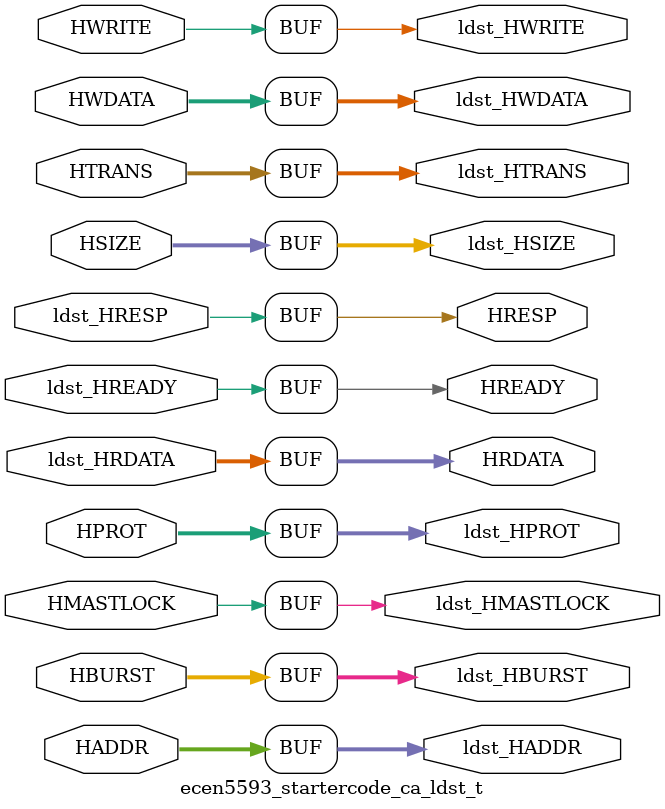
<source format=v>
/**
 *  Codasip s.r.o.
 * 
 *  CONFIDENTIAL
 * 
 *  Copyright 2024 Codasip s.r.o.
 * 
 *  All Rights Reserved.
 *  This file is part of the Codasip Studio product. No part of the Studio product, including this
 *  file, may be use, copied, modified, or distributed except in accordance with the terms contained
 *  in Codasip license agreement under which you obtained this file.
 * 
 *  \file
 *  \date    2024-02-27
 *  \author  Codasip (c) HW generator
 *  \version 9.4.2
 *  \brief   Contains module definition of the 'ecen5593_startercode_ca_ldst_t' CodAL interface.
 */

module ecen5593_startercode_ca_ldst_t(
    input  wire ldst_HREADY,
    input  wire ldst_HRESP,
    input  wire [31:0] ldst_HRDATA,
    input  wire [31:0] HADDR,
    input  wire [2:0] HBURST,
    input  wire HMASTLOCK,
    input  wire [3:0] HPROT,
    input  wire [2:0] HSIZE,
    input  wire [1:0] HTRANS,
    input  wire HWRITE,
    input  wire [31:0] HWDATA,
    output wire [31:0] ldst_HADDR,
    output wire [2:0] ldst_HBURST,
    output wire ldst_HMASTLOCK,
    output wire [3:0] ldst_HPROT,
    output wire [2:0] ldst_HSIZE,
    output wire [1:0] ldst_HTRANS,
    output wire ldst_HWRITE,
    output wire [31:0] ldst_HWDATA,
    output wire HREADY,
    output wire HRESP,
    output wire [31:0] HRDATA
);
    // data-path code:
    assign ldst_HADDR = HADDR;
    assign ldst_HBURST = HBURST;
    assign ldst_HMASTLOCK = HMASTLOCK;
    assign ldst_HPROT = HPROT;
    assign ldst_HSIZE = HSIZE;
    assign ldst_HTRANS = HTRANS;
    assign ldst_HWRITE = HWRITE;
    assign HRESP = ldst_HRESP;
    assign HREADY = ldst_HREADY;
    assign HRDATA = ldst_HRDATA;
    assign ldst_HWDATA = HWDATA;
endmodule // ecen5593_startercode_ca_ldst_t

</source>
